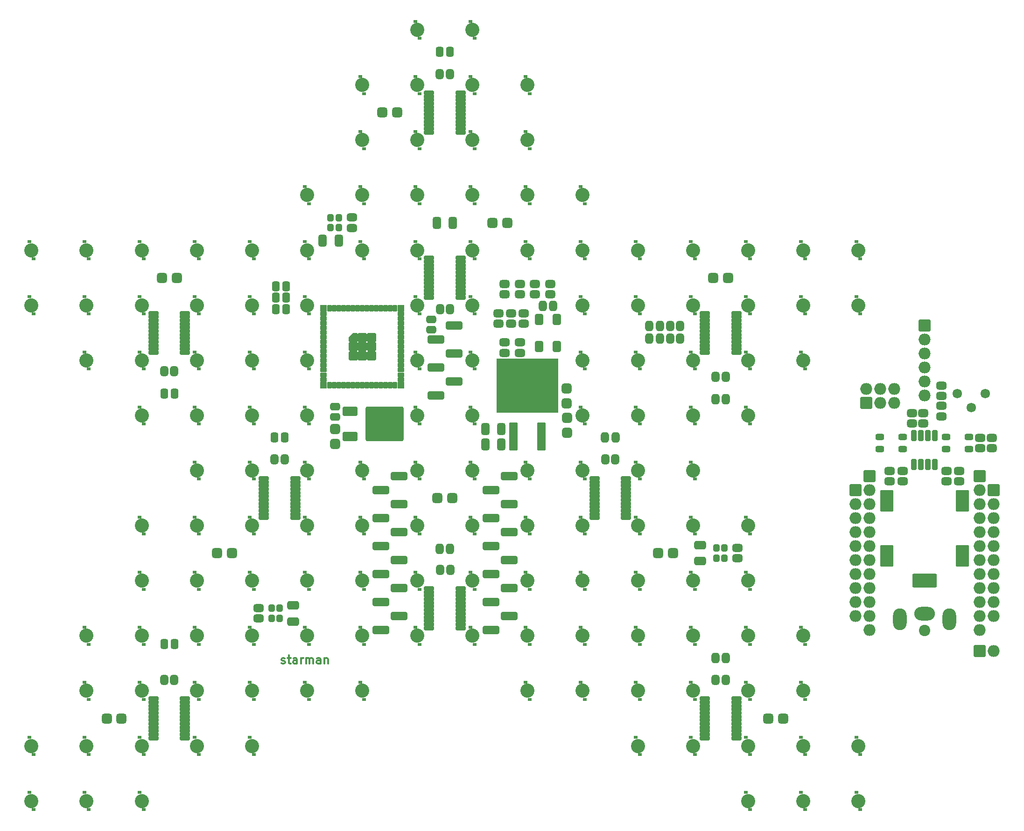
<source format=gbr>
%TF.GenerationSoftware,KiCad,Pcbnew,(6.0.7-1)-1*%
%TF.CreationDate,2022-09-29T17:17:32-06:00*%
%TF.ProjectId,starman,73746172-6d61-46e2-9e6b-696361645f70,rev?*%
%TF.SameCoordinates,Original*%
%TF.FileFunction,Soldermask,Top*%
%TF.FilePolarity,Negative*%
%FSLAX46Y46*%
G04 Gerber Fmt 4.6, Leading zero omitted, Abs format (unit mm)*
G04 Created by KiCad (PCBNEW (6.0.7-1)-1) date 2022-09-29 17:17:32*
%MOMM*%
%LPD*%
G01*
G04 APERTURE LIST*
G04 Aperture macros list*
%AMRoundRect*
0 Rectangle with rounded corners*
0 $1 Rounding radius*
0 $2 $3 $4 $5 $6 $7 $8 $9 X,Y pos of 4 corners*
0 Add a 4 corners polygon primitive as box body*
4,1,4,$2,$3,$4,$5,$6,$7,$8,$9,$2,$3,0*
0 Add four circle primitives for the rounded corners*
1,1,$1+$1,$2,$3*
1,1,$1+$1,$4,$5*
1,1,$1+$1,$6,$7*
1,1,$1+$1,$8,$9*
0 Add four rect primitives between the rounded corners*
20,1,$1+$1,$2,$3,$4,$5,0*
20,1,$1+$1,$4,$5,$6,$7,0*
20,1,$1+$1,$6,$7,$8,$9,0*
20,1,$1+$1,$8,$9,$2,$3,0*%
%AMFreePoly0*
4,1,22,0.693549,0.810115,0.770923,0.753900,0.818743,0.671074,0.830000,0.600000,0.830000,-0.600000,0.810115,-0.693549,0.753900,-0.770923,0.671074,-0.818743,0.600000,-0.830000,-0.600000,-0.830000,-0.693549,-0.810115,-0.770923,-0.753900,-0.818743,-0.671074,-0.830000,-0.600000,-0.830000,0.000000,-0.810115,0.093549,-0.762635,0.162635,-0.162635,0.762635,-0.082425,0.814723,0.000000,0.830000,
0.600000,0.830000,0.693549,0.810115,0.693549,0.810115,$1*%
G04 Aperture macros list end*
%ADD10C,0.300000*%
%ADD11RoundRect,0.473750X-0.243750X-0.456250X0.243750X-0.456250X0.243750X0.456250X-0.243750X0.456250X0*%
%ADD12RoundRect,0.473750X0.456250X-0.243750X0.456250X0.243750X-0.456250X0.243750X-0.456250X-0.243750X0*%
%ADD13RoundRect,0.480000X0.425000X-0.450000X0.425000X0.450000X-0.425000X0.450000X-0.425000X-0.450000X0*%
%ADD14RoundRect,0.480000X-0.425000X0.450000X-0.425000X-0.450000X0.425000X-0.450000X0.425000X0.450000X0*%
%ADD15R,0.800000X0.600000*%
%ADD16C,2.560000*%
%ADD17RoundRect,0.330000X-0.637500X-0.100000X0.637500X-0.100000X0.637500X0.100000X-0.637500X0.100000X0*%
%ADD18RoundRect,0.330000X0.637500X0.100000X-0.637500X0.100000X-0.637500X-0.100000X0.637500X-0.100000X0*%
%ADD19RoundRect,0.473750X0.243750X0.456250X-0.243750X0.456250X-0.243750X-0.456250X0.243750X-0.456250X0*%
%ADD20RoundRect,0.480000X0.250000X0.475000X-0.250000X0.475000X-0.250000X-0.475000X0.250000X-0.475000X0*%
%ADD21RoundRect,0.230000X0.400000X-0.200000X0.400000X0.200000X-0.400000X0.200000X-0.400000X-0.200000X0*%
%ADD22RoundRect,0.230000X-0.200000X-0.400000X0.200000X-0.400000X0.200000X0.400000X-0.200000X0.400000X0*%
%ADD23RoundRect,0.230000X-0.600000X-0.600000X0.600000X-0.600000X0.600000X0.600000X-0.600000X0.600000X0*%
%ADD24RoundRect,0.230000X0.400000X0.400000X-0.400000X0.400000X-0.400000X-0.400000X0.400000X-0.400000X0*%
%ADD25FreePoly0,0.000000*%
%ADD26RoundRect,0.230000X-1.255000X-0.500000X1.255000X-0.500000X1.255000X0.500000X-1.255000X0.500000X0*%
%ADD27RoundRect,0.473750X-0.456250X0.243750X-0.456250X-0.243750X0.456250X-0.243750X0.456250X0.243750X0*%
%ADD28RoundRect,0.480000X0.450000X0.425000X-0.450000X0.425000X-0.450000X-0.425000X0.450000X-0.425000X0*%
%ADD29RoundRect,0.430000X0.200000X0.250000X-0.200000X0.250000X-0.200000X-0.250000X0.200000X-0.250000X0*%
%ADD30RoundRect,0.480000X-0.450000X-0.425000X0.450000X-0.425000X0.450000X0.425000X-0.450000X0.425000X0*%
%ADD31C,1.720000*%
%ADD32RoundRect,0.480000X0.450000X-0.262500X0.450000X0.262500X-0.450000X0.262500X-0.450000X-0.262500X0*%
%ADD33RoundRect,0.480000X-0.262500X-0.450000X0.262500X-0.450000X0.262500X0.450000X-0.262500X0.450000X0*%
%ADD34RoundRect,0.480000X0.262500X0.450000X-0.262500X0.450000X-0.262500X-0.450000X0.262500X-0.450000X0*%
%ADD35RoundRect,0.380000X-0.150000X0.675000X-0.150000X-0.675000X0.150000X-0.675000X0.150000X0.675000X0*%
%ADD36RoundRect,0.480000X-0.625000X0.312500X-0.625000X-0.312500X0.625000X-0.312500X0.625000X0.312500X0*%
%ADD37RoundRect,0.480000X0.475000X-0.250000X0.475000X0.250000X-0.475000X0.250000X-0.475000X-0.250000X0*%
%ADD38RoundRect,0.480000X-0.475000X0.250000X-0.475000X-0.250000X0.475000X-0.250000X0.475000X0.250000X0*%
%ADD39RoundRect,0.480000X-0.250000X-0.475000X0.250000X-0.475000X0.250000X0.475000X-0.250000X0.475000X0*%
%ADD40RoundRect,0.230000X0.850000X0.850000X-0.850000X0.850000X-0.850000X-0.850000X0.850000X-0.850000X0*%
%ADD41O,2.160000X2.160000*%
%ADD42RoundRect,0.480000X-0.450000X0.262500X-0.450000X-0.262500X0.450000X-0.262500X0.450000X0.262500X0*%
%ADD43RoundRect,0.430000X-0.200000X-0.250000X0.200000X-0.250000X0.200000X0.250000X-0.200000X0.250000X0*%
%ADD44RoundRect,0.230000X0.525000X0.325000X-0.525000X0.325000X-0.525000X-0.325000X0.525000X-0.325000X0*%
%ADD45RoundRect,0.230000X-1.100000X-0.600000X1.100000X-0.600000X1.100000X0.600000X-1.100000X0.600000X0*%
%ADD46RoundRect,0.230000X-3.200000X-2.900000X3.200000X-2.900000X3.200000X2.900000X-3.200000X2.900000X0*%
%ADD47C,2.060000*%
%ADD48RoundRect,0.230000X-2.000000X-1.000000X2.000000X-1.000000X2.000000X1.000000X-2.000000X1.000000X0*%
%ADD49O,3.760000X2.460000*%
%ADD50O,2.460000X3.960000*%
%ADD51RoundRect,0.230000X-0.850000X-0.850000X0.850000X-0.850000X0.850000X0.850000X-0.850000X0.850000X0*%
%ADD52RoundRect,0.230000X0.950000X1.750000X-0.950000X1.750000X-0.950000X-1.750000X0.950000X-1.750000X0*%
%ADD53RoundRect,0.480000X0.312500X0.625000X-0.312500X0.625000X-0.312500X-0.625000X0.312500X-0.625000X0*%
%ADD54RoundRect,0.230000X0.550000X-2.300000X0.550000X2.300000X-0.550000X2.300000X-0.550000X-2.300000X0*%
%ADD55RoundRect,0.230000X5.400000X-4.700000X5.400000X4.700000X-5.400000X4.700000X-5.400000X-4.700000X0*%
%ADD56RoundRect,0.230000X0.850000X-0.850000X0.850000X0.850000X-0.850000X0.850000X-0.850000X-0.850000X0*%
%ADD57RoundRect,0.480000X0.625000X-0.312500X0.625000X0.312500X-0.625000X0.312500X-0.625000X-0.312500X0*%
%ADD58RoundRect,0.230000X-0.525000X-0.325000X0.525000X-0.325000X0.525000X0.325000X-0.525000X0.325000X0*%
%ADD59RoundRect,0.480000X-0.312500X-0.625000X0.312500X-0.625000X0.312500X0.625000X-0.312500X0.625000X0*%
%ADD60RoundRect,0.230000X-0.500000X0.750000X-0.500000X-0.750000X0.500000X-0.750000X0.500000X0.750000X0*%
G04 APERTURE END LIST*
D10*
X80380714Y-149982142D02*
X80523571Y-150053571D01*
X80809285Y-150053571D01*
X80952142Y-149982142D01*
X81023571Y-149839285D01*
X81023571Y-149767857D01*
X80952142Y-149625000D01*
X80809285Y-149553571D01*
X80595000Y-149553571D01*
X80452142Y-149482142D01*
X80380714Y-149339285D01*
X80380714Y-149267857D01*
X80452142Y-149125000D01*
X80595000Y-149053571D01*
X80809285Y-149053571D01*
X80952142Y-149125000D01*
X81452142Y-149053571D02*
X82023571Y-149053571D01*
X81666428Y-148553571D02*
X81666428Y-149839285D01*
X81737857Y-149982142D01*
X81880714Y-150053571D01*
X82023571Y-150053571D01*
X83166428Y-150053571D02*
X83166428Y-149267857D01*
X83095000Y-149125000D01*
X82952142Y-149053571D01*
X82666428Y-149053571D01*
X82523571Y-149125000D01*
X83166428Y-149982142D02*
X83023571Y-150053571D01*
X82666428Y-150053571D01*
X82523571Y-149982142D01*
X82452142Y-149839285D01*
X82452142Y-149696428D01*
X82523571Y-149553571D01*
X82666428Y-149482142D01*
X83023571Y-149482142D01*
X83166428Y-149410714D01*
X83880714Y-150053571D02*
X83880714Y-149053571D01*
X83880714Y-149339285D02*
X83952142Y-149196428D01*
X84023571Y-149125000D01*
X84166428Y-149053571D01*
X84309285Y-149053571D01*
X84809285Y-150053571D02*
X84809285Y-149053571D01*
X84809285Y-149196428D02*
X84880714Y-149125000D01*
X85023571Y-149053571D01*
X85237857Y-149053571D01*
X85380714Y-149125000D01*
X85452142Y-149267857D01*
X85452142Y-150053571D01*
X85452142Y-149267857D02*
X85523571Y-149125000D01*
X85666428Y-149053571D01*
X85880714Y-149053571D01*
X86023571Y-149125000D01*
X86095000Y-149267857D01*
X86095000Y-150053571D01*
X87452142Y-150053571D02*
X87452142Y-149267857D01*
X87380714Y-149125000D01*
X87237857Y-149053571D01*
X86952142Y-149053571D01*
X86809285Y-149125000D01*
X87452142Y-149982142D02*
X87309285Y-150053571D01*
X86952142Y-150053571D01*
X86809285Y-149982142D01*
X86737857Y-149839285D01*
X86737857Y-149696428D01*
X86809285Y-149553571D01*
X86952142Y-149482142D01*
X87309285Y-149482142D01*
X87452142Y-149410714D01*
X88166428Y-149053571D02*
X88166428Y-150053571D01*
X88166428Y-149196428D02*
X88237857Y-149125000D01*
X88380714Y-149053571D01*
X88595000Y-149053571D01*
X88737857Y-149125000D01*
X88809285Y-149267857D01*
X88809285Y-150053571D01*
D11*
%TO.C,C2*%
X79337500Y-83600000D03*
X81212500Y-83600000D03*
%TD*%
%TO.C,C3*%
X79337500Y-81525000D03*
X81212500Y-81525000D03*
%TD*%
D12*
%TO.C,C4*%
X90100000Y-105275000D03*
X90100000Y-103400000D03*
%TD*%
D13*
%TO.C,C5*%
X90100000Y-110200000D03*
X90100000Y-107500000D03*
%TD*%
%TO.C,C6*%
X132150000Y-108100000D03*
X132150000Y-105400000D03*
%TD*%
D14*
%TO.C,C7*%
X132100000Y-100075000D03*
X132100000Y-102775000D03*
%TD*%
D15*
%TO.C,D1*%
X104625000Y-33450000D03*
X105375000Y-36550000D03*
D16*
X105000000Y-35000000D03*
%TD*%
D15*
%TO.C,D2*%
X114625000Y-33450000D03*
D16*
X115000000Y-35000000D03*
D15*
X115375000Y-36550000D03*
%TD*%
D16*
%TO.C,D3*%
X95000000Y-45000000D03*
D15*
X94625000Y-43450000D03*
X95375000Y-46550000D03*
%TD*%
%TO.C,D4*%
X104625000Y-43450000D03*
D16*
X105000000Y-45000000D03*
D15*
X105375000Y-46550000D03*
%TD*%
%TO.C,D5*%
X114625000Y-43450000D03*
X115375000Y-46550000D03*
D16*
X115000000Y-45000000D03*
%TD*%
D15*
%TO.C,D6*%
X125375000Y-46550000D03*
D16*
X125000000Y-45000000D03*
D15*
X124625000Y-43450000D03*
%TD*%
D16*
%TO.C,D8*%
X105000000Y-55000000D03*
D15*
X104625000Y-53450000D03*
X105375000Y-56550000D03*
%TD*%
%TO.C,D9*%
X114625000Y-53450000D03*
D16*
X115000000Y-55000000D03*
D15*
X115375000Y-56550000D03*
%TD*%
%TO.C,D10*%
X124625000Y-53450000D03*
D16*
X125000000Y-55000000D03*
D15*
X125375000Y-56550000D03*
%TD*%
%TO.C,D11*%
X85375000Y-66550000D03*
X84625000Y-63450000D03*
D16*
X85000000Y-65000000D03*
%TD*%
D15*
%TO.C,D12*%
X94625000Y-63450000D03*
X95375000Y-66550000D03*
D16*
X95000000Y-65000000D03*
%TD*%
D15*
%TO.C,D14*%
X114625000Y-63450000D03*
X115375000Y-66550000D03*
D16*
X115000000Y-65000000D03*
%TD*%
D15*
%TO.C,D15*%
X125375000Y-66550000D03*
D16*
X125000000Y-65000000D03*
D15*
X124625000Y-63450000D03*
%TD*%
D16*
%TO.C,D16*%
X135000000Y-65000000D03*
D15*
X134625000Y-63450000D03*
X135375000Y-66550000D03*
%TD*%
%TO.C,D17*%
X34625000Y-73450000D03*
D16*
X35000000Y-75000000D03*
D15*
X35375000Y-76550000D03*
%TD*%
D16*
%TO.C,D18*%
X45000000Y-75000000D03*
D15*
X45375000Y-76550000D03*
X44625000Y-73450000D03*
%TD*%
D16*
%TO.C,D19*%
X55000000Y-75000000D03*
D15*
X55375000Y-76550000D03*
X54625000Y-73450000D03*
%TD*%
D16*
%TO.C,D20*%
X65000000Y-75000000D03*
D15*
X64625000Y-73450000D03*
X65375000Y-76550000D03*
%TD*%
%TO.C,D21*%
X75375000Y-76550000D03*
D16*
X75000000Y-75000000D03*
D15*
X74625000Y-73450000D03*
%TD*%
%TO.C,D22*%
X84625000Y-73450000D03*
X85375000Y-76550000D03*
D16*
X85000000Y-75000000D03*
%TD*%
D15*
%TO.C,D23*%
X94625000Y-73450000D03*
D16*
X95000000Y-75000000D03*
D15*
X95375000Y-76550000D03*
%TD*%
%TO.C,D25*%
X115375000Y-76550000D03*
D16*
X115000000Y-75000000D03*
D15*
X114625000Y-73450000D03*
%TD*%
%TO.C,D26*%
X124625000Y-73450000D03*
X125375000Y-76550000D03*
D16*
X125000000Y-75000000D03*
%TD*%
D15*
%TO.C,D27*%
X135375000Y-76550000D03*
X134625000Y-73450000D03*
D16*
X135000000Y-75000000D03*
%TD*%
%TO.C,D28*%
X145000000Y-75000000D03*
D15*
X144625000Y-73450000D03*
X145375000Y-76550000D03*
%TD*%
D16*
%TO.C,D29*%
X155000000Y-75000000D03*
D15*
X155375000Y-76550000D03*
X154625000Y-73450000D03*
%TD*%
D16*
%TO.C,D30*%
X165000000Y-75000000D03*
D15*
X164625000Y-73450000D03*
X165375000Y-76550000D03*
%TD*%
%TO.C,D31*%
X175375000Y-76550000D03*
D16*
X175000000Y-75000000D03*
D15*
X174625000Y-73450000D03*
%TD*%
%TO.C,D32*%
X185375000Y-76550000D03*
D16*
X185000000Y-75000000D03*
D15*
X184625000Y-73450000D03*
%TD*%
%TO.C,D33*%
X34625000Y-83450000D03*
D16*
X35000000Y-85000000D03*
D15*
X35375000Y-86550000D03*
%TD*%
D16*
%TO.C,D34*%
X45000000Y-85000000D03*
D15*
X45375000Y-86550000D03*
X44625000Y-83450000D03*
%TD*%
%TO.C,D36*%
X64625000Y-83450000D03*
D16*
X65000000Y-85000000D03*
D15*
X65375000Y-86550000D03*
%TD*%
%TO.C,D37*%
X74625000Y-83450000D03*
D16*
X75000000Y-85000000D03*
D15*
X75375000Y-86550000D03*
%TD*%
%TO.C,D39*%
X105375000Y-86550000D03*
X104625000Y-83450000D03*
D16*
X105000000Y-85000000D03*
%TD*%
D15*
%TO.C,D40*%
X114625000Y-83450000D03*
X115375000Y-86550000D03*
D16*
X115000000Y-85000000D03*
%TD*%
D15*
%TO.C,D41*%
X134625000Y-83450000D03*
X135375000Y-86550000D03*
D16*
X135000000Y-85000000D03*
%TD*%
D15*
%TO.C,D42*%
X144625000Y-83450000D03*
X145375000Y-86550000D03*
D16*
X145000000Y-85000000D03*
%TD*%
%TO.C,D43*%
X155000000Y-85000000D03*
D15*
X154625000Y-83450000D03*
X155375000Y-86550000D03*
%TD*%
D16*
%TO.C,D44*%
X165000000Y-85000000D03*
D15*
X165375000Y-86550000D03*
X164625000Y-83450000D03*
%TD*%
%TO.C,D45*%
X175375000Y-86550000D03*
D16*
X175000000Y-85000000D03*
D15*
X174625000Y-83450000D03*
%TD*%
%TO.C,D46*%
X184625000Y-83450000D03*
D16*
X185000000Y-85000000D03*
D15*
X185375000Y-86550000D03*
%TD*%
%TO.C,D47*%
X44625000Y-93450000D03*
X45375000Y-96550000D03*
D16*
X45000000Y-95000000D03*
%TD*%
D15*
%TO.C,D48*%
X54625000Y-93450000D03*
X55375000Y-96550000D03*
D16*
X55000000Y-95000000D03*
%TD*%
%TO.C,D49*%
X65000000Y-95000000D03*
D15*
X64625000Y-93450000D03*
X65375000Y-96550000D03*
%TD*%
%TO.C,D50*%
X75375000Y-96550000D03*
X74625000Y-93450000D03*
D16*
X75000000Y-95000000D03*
%TD*%
D15*
%TO.C,D51*%
X84625000Y-93450000D03*
D16*
X85000000Y-95000000D03*
D15*
X85375000Y-96550000D03*
%TD*%
D16*
%TO.C,D52*%
X105000000Y-95000000D03*
D15*
X104625000Y-93450000D03*
X105375000Y-96550000D03*
%TD*%
%TO.C,D53*%
X114625000Y-93450000D03*
D16*
X115000000Y-95000000D03*
D15*
X115375000Y-96550000D03*
%TD*%
D16*
%TO.C,D54*%
X135000000Y-95000000D03*
D15*
X135375000Y-96550000D03*
X134625000Y-93450000D03*
%TD*%
D16*
%TO.C,D55*%
X145000000Y-95000000D03*
D15*
X145375000Y-96550000D03*
X144625000Y-93450000D03*
%TD*%
D16*
%TO.C,D56*%
X155000000Y-95000000D03*
D15*
X155375000Y-96550000D03*
X154625000Y-93450000D03*
%TD*%
%TO.C,D57*%
X165375000Y-96550000D03*
D16*
X165000000Y-95000000D03*
D15*
X164625000Y-93450000D03*
%TD*%
%TO.C,D58*%
X174625000Y-93450000D03*
X175375000Y-96550000D03*
D16*
X175000000Y-95000000D03*
%TD*%
%TO.C,D59*%
X55000000Y-105000000D03*
D15*
X54625000Y-103450000D03*
X55375000Y-106550000D03*
%TD*%
D16*
%TO.C,D60*%
X65000000Y-105000000D03*
D15*
X65375000Y-106550000D03*
X64625000Y-103450000D03*
%TD*%
%TO.C,D61*%
X74625000Y-103450000D03*
D16*
X75000000Y-105000000D03*
D15*
X75375000Y-106550000D03*
%TD*%
%TO.C,D62*%
X84625000Y-103450000D03*
D16*
X85000000Y-105000000D03*
D15*
X85375000Y-106550000D03*
%TD*%
%TO.C,D64*%
X114625000Y-103450000D03*
D16*
X115000000Y-105000000D03*
D15*
X115375000Y-106550000D03*
%TD*%
%TO.C,D65*%
X134625000Y-103450000D03*
D16*
X135000000Y-105000000D03*
D15*
X135375000Y-106550000D03*
%TD*%
%TO.C,D69*%
X65375000Y-116550000D03*
X64625000Y-113450000D03*
D16*
X65000000Y-115000000D03*
%TD*%
D15*
%TO.C,D70*%
X74625000Y-113450000D03*
X75375000Y-116550000D03*
D16*
X75000000Y-115000000D03*
%TD*%
D15*
%TO.C,D71*%
X84625000Y-113450000D03*
D16*
X85000000Y-115000000D03*
D15*
X85375000Y-116550000D03*
%TD*%
%TO.C,D72*%
X94625000Y-113450000D03*
X95375000Y-116550000D03*
D16*
X95000000Y-115000000D03*
%TD*%
D15*
%TO.C,D73*%
X105375000Y-116550000D03*
X104625000Y-113450000D03*
D16*
X105000000Y-115000000D03*
%TD*%
D15*
%TO.C,D74*%
X114625000Y-113450000D03*
X115375000Y-116550000D03*
D16*
X115000000Y-115000000D03*
%TD*%
D15*
%TO.C,D75*%
X124625000Y-113450000D03*
D16*
X125000000Y-115000000D03*
D15*
X125375000Y-116550000D03*
%TD*%
D16*
%TO.C,D76*%
X135000000Y-115000000D03*
D15*
X135375000Y-116550000D03*
X134625000Y-113450000D03*
%TD*%
D16*
%TO.C,D77*%
X145000000Y-115000000D03*
D15*
X145375000Y-116550000D03*
X144625000Y-113450000D03*
%TD*%
%TO.C,D78*%
X154625000Y-113450000D03*
X155375000Y-116550000D03*
D16*
X155000000Y-115000000D03*
%TD*%
D15*
%TO.C,D79*%
X55375000Y-126550000D03*
X54625000Y-123450000D03*
D16*
X55000000Y-125000000D03*
%TD*%
D15*
%TO.C,D85*%
X115375000Y-126550000D03*
D16*
X115000000Y-125000000D03*
D15*
X114625000Y-123450000D03*
%TD*%
D16*
%TO.C,D86*%
X125000000Y-125000000D03*
D15*
X125375000Y-126550000D03*
X124625000Y-123450000D03*
%TD*%
%TO.C,D87*%
X134625000Y-123450000D03*
X135375000Y-126550000D03*
D16*
X135000000Y-125000000D03*
%TD*%
%TO.C,D88*%
X145000000Y-125000000D03*
D15*
X144625000Y-123450000D03*
X145375000Y-126550000D03*
%TD*%
%TO.C,D89*%
X155375000Y-126550000D03*
D16*
X155000000Y-125000000D03*
D15*
X154625000Y-123450000D03*
%TD*%
D17*
%TO.C,U8*%
X157137500Y-156425000D03*
X157137500Y-157075000D03*
X157137500Y-157725000D03*
X157137500Y-158375000D03*
X157137500Y-159025000D03*
X157137500Y-159675000D03*
X157137500Y-160325000D03*
X157137500Y-160975000D03*
X157137500Y-161625000D03*
X157137500Y-162275000D03*
X157137500Y-162925000D03*
X157137500Y-163575000D03*
X162862500Y-163575000D03*
X162862500Y-162925000D03*
X162862500Y-162275000D03*
X162862500Y-161625000D03*
X162862500Y-160975000D03*
X162862500Y-160325000D03*
X162862500Y-159675000D03*
X162862500Y-159025000D03*
X162862500Y-158375000D03*
X162862500Y-157725000D03*
X162862500Y-157075000D03*
X162862500Y-156425000D03*
%TD*%
%TO.C,U9*%
X137137500Y-116425000D03*
X137137500Y-117075000D03*
X137137500Y-117725000D03*
X137137500Y-118375000D03*
X137137500Y-119025000D03*
X137137500Y-119675000D03*
X137137500Y-120325000D03*
X137137500Y-120975000D03*
X137137500Y-121625000D03*
X137137500Y-122275000D03*
X137137500Y-122925000D03*
X137137500Y-123575000D03*
X142862500Y-123575000D03*
X142862500Y-122925000D03*
X142862500Y-122275000D03*
X142862500Y-121625000D03*
X142862500Y-120975000D03*
X142862500Y-120325000D03*
X142862500Y-119675000D03*
X142862500Y-119025000D03*
X142862500Y-118375000D03*
X142862500Y-117725000D03*
X142862500Y-117075000D03*
X142862500Y-116425000D03*
%TD*%
D15*
%TO.C,D24*%
X105375000Y-76550000D03*
X104625000Y-73450000D03*
D16*
X105000000Y-75000000D03*
%TD*%
%TO.C,D35*%
X55000000Y-85000000D03*
D15*
X54625000Y-83450000D03*
X55375000Y-86550000D03*
%TD*%
%TO.C,D90*%
X165375000Y-126550000D03*
X164625000Y-123450000D03*
D16*
X165000000Y-125000000D03*
%TD*%
D15*
%TO.C,D91*%
X54625000Y-133450000D03*
X55375000Y-136550000D03*
D16*
X55000000Y-135000000D03*
%TD*%
%TO.C,D92*%
X65000000Y-135000000D03*
D15*
X64625000Y-133450000D03*
X65375000Y-136550000D03*
%TD*%
%TO.C,D93*%
X74625000Y-133450000D03*
D16*
X75000000Y-135000000D03*
D15*
X75375000Y-136550000D03*
%TD*%
D16*
%TO.C,D94*%
X85000000Y-135000000D03*
D15*
X85375000Y-136550000D03*
X84625000Y-133450000D03*
%TD*%
D16*
%TO.C,D95*%
X95000000Y-135000000D03*
D15*
X95375000Y-136550000D03*
X94625000Y-133450000D03*
%TD*%
%TO.C,D96*%
X104625000Y-133450000D03*
D16*
X105000000Y-135000000D03*
D15*
X105375000Y-136550000D03*
%TD*%
%TO.C,D97*%
X114625000Y-133450000D03*
D16*
X115000000Y-135000000D03*
D15*
X115375000Y-136550000D03*
%TD*%
D16*
%TO.C,D98*%
X125000000Y-135000000D03*
D15*
X124625000Y-133450000D03*
X125375000Y-136550000D03*
%TD*%
%TO.C,D99*%
X134625000Y-133450000D03*
D16*
X135000000Y-135000000D03*
D15*
X135375000Y-136550000D03*
%TD*%
%TO.C,D100*%
X145375000Y-136550000D03*
D16*
X145000000Y-135000000D03*
D15*
X144625000Y-133450000D03*
%TD*%
%TO.C,D101*%
X155375000Y-136550000D03*
X154625000Y-133450000D03*
D16*
X155000000Y-135000000D03*
%TD*%
D15*
%TO.C,D102*%
X164625000Y-133450000D03*
X165375000Y-136550000D03*
D16*
X165000000Y-135000000D03*
%TD*%
D15*
%TO.C,D103*%
X45375000Y-146550000D03*
X44625000Y-143450000D03*
D16*
X45000000Y-145000000D03*
%TD*%
D15*
%TO.C,D104*%
X55375000Y-146550000D03*
X54625000Y-143450000D03*
D16*
X55000000Y-145000000D03*
%TD*%
%TO.C,D106*%
X75000000Y-145000000D03*
D15*
X74625000Y-143450000D03*
X75375000Y-146550000D03*
%TD*%
%TO.C,D107*%
X85375000Y-146550000D03*
X84625000Y-143450000D03*
D16*
X85000000Y-145000000D03*
%TD*%
D15*
%TO.C,D108*%
X95375000Y-146550000D03*
D16*
X95000000Y-145000000D03*
D15*
X94625000Y-143450000D03*
%TD*%
%TO.C,D109*%
X104625000Y-143450000D03*
D16*
X105000000Y-145000000D03*
D15*
X105375000Y-146550000D03*
%TD*%
%TO.C,D110*%
X115375000Y-146550000D03*
D16*
X115000000Y-145000000D03*
D15*
X114625000Y-143450000D03*
%TD*%
%TO.C,D111*%
X125375000Y-146550000D03*
X124625000Y-143450000D03*
D16*
X125000000Y-145000000D03*
%TD*%
D15*
%TO.C,D112*%
X135375000Y-146550000D03*
D16*
X135000000Y-145000000D03*
D15*
X134625000Y-143450000D03*
%TD*%
D16*
%TO.C,D113*%
X145000000Y-145000000D03*
D15*
X145375000Y-146550000D03*
X144625000Y-143450000D03*
%TD*%
%TO.C,D114*%
X154625000Y-143450000D03*
X155375000Y-146550000D03*
D16*
X155000000Y-145000000D03*
%TD*%
D15*
%TO.C,D115*%
X164625000Y-143450000D03*
D16*
X165000000Y-145000000D03*
D15*
X165375000Y-146550000D03*
%TD*%
%TO.C,D116*%
X174625000Y-143450000D03*
X175375000Y-146550000D03*
D16*
X175000000Y-145000000D03*
%TD*%
D15*
%TO.C,D117*%
X45375000Y-156550000D03*
D16*
X45000000Y-155000000D03*
D15*
X44625000Y-153450000D03*
%TD*%
D16*
%TO.C,D118*%
X55000000Y-155000000D03*
D15*
X55375000Y-156550000D03*
X54625000Y-153450000D03*
%TD*%
D16*
%TO.C,D119*%
X65000000Y-155000000D03*
D15*
X64625000Y-153450000D03*
X65375000Y-156550000D03*
%TD*%
%TO.C,D120*%
X75375000Y-156550000D03*
D16*
X75000000Y-155000000D03*
D15*
X74625000Y-153450000D03*
%TD*%
%TO.C,D121*%
X85375000Y-156550000D03*
D16*
X85000000Y-155000000D03*
D15*
X84625000Y-153450000D03*
%TD*%
%TO.C,D122*%
X95375000Y-156550000D03*
X94625000Y-153450000D03*
D16*
X95000000Y-155000000D03*
%TD*%
%TO.C,D123*%
X125000000Y-155000000D03*
D15*
X125375000Y-156550000D03*
X124625000Y-153450000D03*
%TD*%
D16*
%TO.C,D124*%
X135000000Y-155000000D03*
D15*
X135375000Y-156550000D03*
X134625000Y-153450000D03*
%TD*%
D16*
%TO.C,D125*%
X145000000Y-155000000D03*
D15*
X144625000Y-153450000D03*
X145375000Y-156550000D03*
%TD*%
%TO.C,D127*%
X164625000Y-153450000D03*
X165375000Y-156550000D03*
D16*
X165000000Y-155000000D03*
%TD*%
D15*
%TO.C,D128*%
X175375000Y-156550000D03*
D16*
X175000000Y-155000000D03*
D15*
X174625000Y-153450000D03*
%TD*%
D16*
%TO.C,D129*%
X35000000Y-165000000D03*
D15*
X34625000Y-163450000D03*
X35375000Y-166550000D03*
%TD*%
%TO.C,D130*%
X45375000Y-166550000D03*
X44625000Y-163450000D03*
D16*
X45000000Y-165000000D03*
%TD*%
%TO.C,D131*%
X55000000Y-165000000D03*
D15*
X54625000Y-163450000D03*
X55375000Y-166550000D03*
%TD*%
%TO.C,D132*%
X65375000Y-166550000D03*
X64625000Y-163450000D03*
D16*
X65000000Y-165000000D03*
%TD*%
D15*
%TO.C,D133*%
X74625000Y-163450000D03*
X75375000Y-166550000D03*
D16*
X75000000Y-165000000D03*
%TD*%
D15*
%TO.C,D134*%
X145375000Y-166550000D03*
D16*
X145000000Y-165000000D03*
D15*
X144625000Y-163450000D03*
%TD*%
D16*
%TO.C,D135*%
X155000000Y-165000000D03*
D15*
X155375000Y-166550000D03*
X154625000Y-163450000D03*
%TD*%
%TO.C,D136*%
X165375000Y-166550000D03*
X164625000Y-163450000D03*
D16*
X165000000Y-165000000D03*
%TD*%
D15*
%TO.C,D137*%
X175375000Y-166550000D03*
X174625000Y-163450000D03*
D16*
X175000000Y-165000000D03*
%TD*%
D15*
%TO.C,D138*%
X185375000Y-166550000D03*
X184625000Y-163450000D03*
D16*
X185000000Y-165000000D03*
%TD*%
D17*
%TO.C,U5*%
X77137500Y-116425000D03*
X77137500Y-117075000D03*
X77137500Y-117725000D03*
X77137500Y-118375000D03*
X77137500Y-119025000D03*
X77137500Y-119675000D03*
X77137500Y-120325000D03*
X77137500Y-120975000D03*
X77137500Y-121625000D03*
X77137500Y-122275000D03*
X77137500Y-122925000D03*
X77137500Y-123575000D03*
X82862500Y-123575000D03*
X82862500Y-122925000D03*
X82862500Y-122275000D03*
X82862500Y-121625000D03*
X82862500Y-120975000D03*
X82862500Y-120325000D03*
X82862500Y-119675000D03*
X82862500Y-119025000D03*
X82862500Y-118375000D03*
X82862500Y-117725000D03*
X82862500Y-117075000D03*
X82862500Y-116425000D03*
%TD*%
%TO.C,U3*%
X107137500Y-46425000D03*
X107137500Y-47075000D03*
X107137500Y-47725000D03*
X107137500Y-48375000D03*
X107137500Y-49025000D03*
X107137500Y-49675000D03*
X107137500Y-50325000D03*
X107137500Y-50975000D03*
X107137500Y-51625000D03*
X107137500Y-52275000D03*
X107137500Y-52925000D03*
X107137500Y-53575000D03*
X112862500Y-53575000D03*
X112862500Y-52925000D03*
X112862500Y-52275000D03*
X112862500Y-51625000D03*
X112862500Y-50975000D03*
X112862500Y-50325000D03*
X112862500Y-49675000D03*
X112862500Y-49025000D03*
X112862500Y-48375000D03*
X112862500Y-47725000D03*
X112862500Y-47075000D03*
X112862500Y-46425000D03*
%TD*%
D18*
%TO.C,U2*%
X112862500Y-83575000D03*
X112862500Y-82925000D03*
X112862500Y-82275000D03*
X112862500Y-81625000D03*
X112862500Y-80975000D03*
X112862500Y-80325000D03*
X112862500Y-79675000D03*
X112862500Y-79025000D03*
X112862500Y-78375000D03*
X112862500Y-77725000D03*
X112862500Y-77075000D03*
X112862500Y-76425000D03*
X107137500Y-76425000D03*
X107137500Y-77075000D03*
X107137500Y-77725000D03*
X107137500Y-78375000D03*
X107137500Y-79025000D03*
X107137500Y-79675000D03*
X107137500Y-80325000D03*
X107137500Y-80975000D03*
X107137500Y-81625000D03*
X107137500Y-82275000D03*
X107137500Y-82925000D03*
X107137500Y-83575000D03*
%TD*%
%TO.C,U4*%
X62862500Y-93575000D03*
X62862500Y-92925000D03*
X62862500Y-92275000D03*
X62862500Y-91625000D03*
X62862500Y-90975000D03*
X62862500Y-90325000D03*
X62862500Y-89675000D03*
X62862500Y-89025000D03*
X62862500Y-88375000D03*
X62862500Y-87725000D03*
X62862500Y-87075000D03*
X62862500Y-86425000D03*
X57137500Y-86425000D03*
X57137500Y-87075000D03*
X57137500Y-87725000D03*
X57137500Y-88375000D03*
X57137500Y-89025000D03*
X57137500Y-89675000D03*
X57137500Y-90325000D03*
X57137500Y-90975000D03*
X57137500Y-91625000D03*
X57137500Y-92275000D03*
X57137500Y-92925000D03*
X57137500Y-93575000D03*
%TD*%
D15*
%TO.C,D63*%
X104625000Y-103450000D03*
X105375000Y-106550000D03*
D16*
X105000000Y-105000000D03*
%TD*%
%TO.C,D80*%
X65000000Y-125000000D03*
D15*
X65375000Y-126550000D03*
X64625000Y-123450000D03*
%TD*%
%TO.C,D81*%
X75375000Y-126550000D03*
X74625000Y-123450000D03*
D16*
X75000000Y-125000000D03*
%TD*%
D15*
%TO.C,D82*%
X84625000Y-123450000D03*
D16*
X85000000Y-125000000D03*
D15*
X85375000Y-126550000D03*
%TD*%
%TO.C,D83*%
X94625000Y-123450000D03*
D16*
X95000000Y-125000000D03*
D15*
X95375000Y-126550000D03*
%TD*%
%TO.C,D84*%
X105375000Y-126550000D03*
X104625000Y-123450000D03*
D16*
X105000000Y-125000000D03*
%TD*%
D15*
%TO.C,D66*%
X144625000Y-103450000D03*
X145375000Y-106550000D03*
D16*
X145000000Y-105000000D03*
%TD*%
D15*
%TO.C,D67*%
X155375000Y-106550000D03*
X154625000Y-103450000D03*
D16*
X155000000Y-105000000D03*
%TD*%
D15*
%TO.C,D68*%
X164625000Y-103450000D03*
D16*
X165000000Y-105000000D03*
D15*
X165375000Y-106550000D03*
%TD*%
%TO.C,D139*%
X34625000Y-173450000D03*
X35375000Y-176550000D03*
D16*
X35000000Y-175000000D03*
%TD*%
%TO.C,D140*%
X45000000Y-175000000D03*
D15*
X44625000Y-173450000D03*
X45375000Y-176550000D03*
%TD*%
%TO.C,D141*%
X54625000Y-173450000D03*
D16*
X55000000Y-175000000D03*
D15*
X55375000Y-176550000D03*
%TD*%
%TO.C,D142*%
X165375000Y-176550000D03*
X164625000Y-173450000D03*
D16*
X165000000Y-175000000D03*
%TD*%
D15*
%TO.C,D143*%
X175375000Y-176550000D03*
X174625000Y-173450000D03*
D16*
X175000000Y-175000000D03*
%TD*%
D15*
%TO.C,D144*%
X185375000Y-176550000D03*
X184625000Y-173450000D03*
D16*
X185000000Y-175000000D03*
%TD*%
D15*
%TO.C,D38*%
X85375000Y-86550000D03*
X84625000Y-83450000D03*
D16*
X85000000Y-85000000D03*
%TD*%
%TO.C,D7*%
X95000000Y-55000000D03*
D15*
X95375000Y-56550000D03*
X94625000Y-53450000D03*
%TD*%
D16*
%TO.C,D13*%
X105000000Y-65000000D03*
D15*
X105375000Y-66550000D03*
X104625000Y-63450000D03*
%TD*%
D17*
%TO.C,U7*%
X107137500Y-136425000D03*
X107137500Y-137075000D03*
X107137500Y-137725000D03*
X107137500Y-138375000D03*
X107137500Y-139025000D03*
X107137500Y-139675000D03*
X107137500Y-140325000D03*
X107137500Y-140975000D03*
X107137500Y-141625000D03*
X107137500Y-142275000D03*
X107137500Y-142925000D03*
X107137500Y-143575000D03*
X112862500Y-143575000D03*
X112862500Y-142925000D03*
X112862500Y-142275000D03*
X112862500Y-141625000D03*
X112862500Y-140975000D03*
X112862500Y-140325000D03*
X112862500Y-139675000D03*
X112862500Y-139025000D03*
X112862500Y-138375000D03*
X112862500Y-137725000D03*
X112862500Y-137075000D03*
X112862500Y-136425000D03*
%TD*%
D15*
%TO.C,D126*%
X155375000Y-156550000D03*
X154625000Y-153450000D03*
D16*
X155000000Y-155000000D03*
%TD*%
D19*
%TO.C,C11*%
X80925000Y-109000000D03*
X79050000Y-109000000D03*
%TD*%
%TO.C,C9*%
X110937500Y-39000000D03*
X109062500Y-39000000D03*
%TD*%
D20*
%TO.C,C13*%
X110950000Y-129250000D03*
X109050000Y-129250000D03*
%TD*%
D21*
%TO.C,U1*%
X88000000Y-86550000D03*
X88000000Y-87400000D03*
X88000000Y-88250000D03*
X88000000Y-89100000D03*
X88000000Y-89950000D03*
X88000000Y-90800000D03*
X88000000Y-91650000D03*
X88000000Y-92500000D03*
X88000000Y-93350000D03*
X88000000Y-94200000D03*
X88000000Y-95050000D03*
X88000000Y-95900000D03*
X88000000Y-96750000D03*
X88000000Y-97600000D03*
X88000000Y-98450000D03*
D22*
X89050000Y-99500000D03*
X89900000Y-99500000D03*
X90750000Y-99500000D03*
X91600000Y-99500000D03*
X92450000Y-99500000D03*
X93300000Y-99500000D03*
X94150000Y-99500000D03*
X95000000Y-99500000D03*
X95850000Y-99500000D03*
X96700000Y-99500000D03*
X97550000Y-99500000D03*
X98400000Y-99500000D03*
X99250000Y-99500000D03*
X100100000Y-99500000D03*
X100950000Y-99500000D03*
D21*
X102000000Y-98450000D03*
X102000000Y-97600000D03*
X102000000Y-96750000D03*
X102000000Y-95900000D03*
X102000000Y-95050000D03*
X102000000Y-94200000D03*
X102000000Y-93350000D03*
X102000000Y-92500000D03*
X102000000Y-91650000D03*
X102000000Y-90800000D03*
X102000000Y-89950000D03*
X102000000Y-89100000D03*
X102000000Y-88250000D03*
X102000000Y-87400000D03*
X102000000Y-86550000D03*
D22*
X97550000Y-85500000D03*
D23*
X96650000Y-92500000D03*
D22*
X94150000Y-85500000D03*
X98400000Y-85500000D03*
D24*
X102000000Y-99500000D03*
D22*
X96700000Y-85500000D03*
X89900000Y-85500000D03*
D24*
X88000000Y-85500000D03*
D22*
X92450000Y-85500000D03*
D23*
X95000000Y-90850000D03*
X93350000Y-92500000D03*
X96650000Y-94150000D03*
D25*
X93350000Y-90850000D03*
D22*
X95850000Y-85500000D03*
X91600000Y-85500000D03*
D24*
X102000000Y-85500000D03*
D22*
X89050000Y-85500000D03*
D24*
X88000000Y-99500000D03*
D23*
X95000000Y-94150000D03*
D22*
X93300000Y-85500000D03*
D23*
X93350000Y-94150000D03*
X96650000Y-90850000D03*
D22*
X99250000Y-85500000D03*
X100100000Y-85500000D03*
X100950000Y-85500000D03*
X90750000Y-85500000D03*
X95000000Y-85500000D03*
D23*
X95000000Y-92500000D03*
%TD*%
D17*
%TO.C,U6*%
X57137500Y-156425000D03*
X57137500Y-157075000D03*
X57137500Y-157725000D03*
X57137500Y-158375000D03*
X57137500Y-159025000D03*
X57137500Y-159675000D03*
X57137500Y-160325000D03*
X57137500Y-160975000D03*
X57137500Y-161625000D03*
X57137500Y-162275000D03*
X57137500Y-162925000D03*
X57137500Y-163575000D03*
X62862500Y-163575000D03*
X62862500Y-162925000D03*
X62862500Y-162275000D03*
X62862500Y-161625000D03*
X62862500Y-160975000D03*
X62862500Y-160325000D03*
X62862500Y-159675000D03*
X62862500Y-159025000D03*
X62862500Y-158375000D03*
X62862500Y-157725000D03*
X62862500Y-157075000D03*
X62862500Y-156425000D03*
%TD*%
D16*
%TO.C,D105*%
X65000000Y-145000000D03*
D15*
X64625000Y-143450000D03*
X65375000Y-146550000D03*
%TD*%
D11*
%TO.C,C1*%
X79337500Y-85700000D03*
X81212500Y-85700000D03*
%TD*%
D26*
%TO.C,J1*%
X121655000Y-116030000D03*
X118345000Y-118570000D03*
X121655000Y-121110000D03*
X118345000Y-123650000D03*
X121655000Y-126190000D03*
X118345000Y-128730000D03*
X121655000Y-131270000D03*
X118345000Y-133810000D03*
X121655000Y-136350000D03*
X118345000Y-138890000D03*
X121655000Y-141430000D03*
X118345000Y-143970000D03*
%TD*%
%TO.C,J2*%
X111655000Y-88650000D03*
X108345000Y-91190000D03*
X111655000Y-93730000D03*
X108345000Y-96270000D03*
X111655000Y-98810000D03*
X108345000Y-101350000D03*
%TD*%
D27*
%TO.C,C8*%
X107525000Y-87587500D03*
X107525000Y-89462500D03*
%TD*%
D11*
%TO.C,C10*%
X59062500Y-101000000D03*
X60937500Y-101000000D03*
%TD*%
D19*
%TO.C,C12*%
X60937500Y-146500000D03*
X59062500Y-146500000D03*
%TD*%
D28*
%TO.C,C22*%
X121350000Y-70000000D03*
X118650000Y-70000000D03*
%TD*%
D29*
%TO.C,X1*%
X90725000Y-70925000D03*
X90725000Y-69075000D03*
X89275000Y-69075000D03*
X89275000Y-70925000D03*
%TD*%
D30*
%TO.C,C25*%
X48650000Y-160000000D03*
X51350000Y-160000000D03*
%TD*%
D31*
%TO.C,RV1*%
X208025000Y-101000000D03*
X205485000Y-103540000D03*
X202945000Y-101000000D03*
%TD*%
D32*
%TO.C,R6*%
X126350000Y-82962500D03*
X126350000Y-81137500D03*
%TD*%
D28*
%TO.C,C23*%
X161400000Y-80000000D03*
X158700000Y-80000000D03*
%TD*%
D33*
%TO.C,R22*%
X150837500Y-88750000D03*
X152662500Y-88750000D03*
%TD*%
D34*
%TO.C,R10*%
X60912500Y-97000000D03*
X59087500Y-97000000D03*
%TD*%
D35*
%TO.C,U13*%
X198905000Y-108625000D03*
X197635000Y-108625000D03*
X196365000Y-108625000D03*
X195095000Y-108625000D03*
X195095000Y-113875000D03*
X196365000Y-113875000D03*
X197635000Y-113875000D03*
X198905000Y-113875000D03*
%TD*%
D36*
%TO.C,R18*%
X82450000Y-139462500D03*
X82450000Y-142387500D03*
%TD*%
D37*
%TO.C,C38*%
X190700000Y-116950000D03*
X190700000Y-115050000D03*
%TD*%
%TO.C,C30*%
X123600000Y-93650000D03*
X123600000Y-91750000D03*
%TD*%
D38*
%TO.C,C19*%
X163100000Y-129050000D03*
X163100000Y-130950000D03*
%TD*%
D39*
%TO.C,C32*%
X147080000Y-91000000D03*
X148980000Y-91000000D03*
%TD*%
D40*
%TO.C,J6*%
X207000000Y-116025000D03*
D41*
X207000000Y-118565000D03*
X207000000Y-121105000D03*
X207000000Y-123645000D03*
X207000000Y-126185000D03*
X207000000Y-128725000D03*
X207000000Y-131265000D03*
X207000000Y-133805000D03*
X207000000Y-136345000D03*
X207000000Y-138885000D03*
X207000000Y-141425000D03*
X207000000Y-143965000D03*
%TD*%
D29*
%TO.C,X3*%
X160725000Y-130925000D03*
X160725000Y-129075000D03*
X159275000Y-129075000D03*
X159275000Y-130925000D03*
%TD*%
D20*
%TO.C,C33*%
X129650000Y-85150000D03*
X127750000Y-85150000D03*
%TD*%
%TO.C,C14*%
X160950000Y-149000000D03*
X159050000Y-149000000D03*
%TD*%
D33*
%TO.C,R13*%
X109175000Y-133000000D03*
X111000000Y-133000000D03*
%TD*%
D26*
%TO.C,J3*%
X101655000Y-116030000D03*
X98345000Y-118570000D03*
X101655000Y-121110000D03*
X98345000Y-123650000D03*
X101655000Y-126190000D03*
X98345000Y-128730000D03*
X101655000Y-131270000D03*
X98345000Y-133810000D03*
X101655000Y-136350000D03*
X98345000Y-138890000D03*
X101655000Y-141430000D03*
X98345000Y-143970000D03*
%TD*%
D42*
%TO.C,R1*%
X119700000Y-86487500D03*
X119700000Y-88312500D03*
%TD*%
D34*
%TO.C,R8*%
X110922500Y-85690000D03*
X109097500Y-85690000D03*
%TD*%
D43*
%TO.C,X2*%
X78550000Y-140000000D03*
X78550000Y-141850000D03*
X80000000Y-141850000D03*
X80000000Y-140000000D03*
%TD*%
D37*
%TO.C,C36*%
X200100000Y-101450000D03*
X200100000Y-99550000D03*
%TD*%
D44*
%TO.C,SW2*%
X205075000Y-111075000D03*
X200925000Y-111075000D03*
X200925000Y-108925000D03*
X205075000Y-108925000D03*
%TD*%
D30*
%TO.C,C21*%
X58650000Y-80000000D03*
X61350000Y-80000000D03*
%TD*%
D45*
%TO.C,U12*%
X92800000Y-104220000D03*
D46*
X99100000Y-106500000D03*
D45*
X92800000Y-108780000D03*
%TD*%
D47*
%TO.C,J10*%
X197000000Y-144000000D03*
D48*
X197000000Y-135000000D03*
D49*
X197000000Y-141000000D03*
D50*
X192500000Y-142000000D03*
X201500000Y-142000000D03*
%TD*%
D38*
%TO.C,FB1*%
X193000000Y-115050000D03*
X193000000Y-116950000D03*
%TD*%
D32*
%TO.C,R7*%
X129100000Y-82962500D03*
X129100000Y-81137500D03*
%TD*%
D30*
%TO.C,C26*%
X108650000Y-120000000D03*
X111350000Y-120000000D03*
%TD*%
D28*
%TO.C,C28*%
X171350000Y-160000000D03*
X168650000Y-160000000D03*
%TD*%
D51*
%TO.C,J9*%
X184500000Y-118575000D03*
D41*
X184500000Y-121115000D03*
X184500000Y-123655000D03*
X184500000Y-126195000D03*
X184500000Y-128735000D03*
X184500000Y-131275000D03*
X184500000Y-133815000D03*
X184500000Y-136355000D03*
X184500000Y-138895000D03*
X184500000Y-141435000D03*
%TD*%
D37*
%TO.C,C18*%
X76200000Y-141875000D03*
X76200000Y-139975000D03*
%TD*%
D38*
%TO.C,C34*%
X124300000Y-86450000D03*
X124300000Y-88350000D03*
%TD*%
D30*
%TO.C,C27*%
X148650000Y-130000000D03*
X151350000Y-130000000D03*
%TD*%
D52*
%TO.C,LS1*%
X203850000Y-120500000D03*
X190150000Y-120500000D03*
X190150000Y-130500000D03*
X203850000Y-130500000D03*
%TD*%
D37*
%TO.C,C37*%
X203250000Y-116950000D03*
X203250000Y-115050000D03*
%TD*%
D53*
%TO.C,R20*%
X120237500Y-107475000D03*
X117312500Y-107475000D03*
%TD*%
D33*
%TO.C,R11*%
X79087500Y-113000000D03*
X80912500Y-113000000D03*
%TD*%
D32*
%TO.C,R25*%
X194750000Y-106412500D03*
X194750000Y-104587500D03*
%TD*%
D30*
%TO.C,C20*%
X98650000Y-50000000D03*
X101350000Y-50000000D03*
%TD*%
D42*
%TO.C,R4*%
X120850000Y-81137500D03*
X120850000Y-82962500D03*
%TD*%
D39*
%TO.C,C16*%
X159050000Y-102000000D03*
X160950000Y-102000000D03*
%TD*%
D40*
%TO.C,J8*%
X187040000Y-116035000D03*
D41*
X187040000Y-118575000D03*
X187040000Y-121115000D03*
X187040000Y-123655000D03*
X187040000Y-126195000D03*
X187040000Y-128735000D03*
X187040000Y-131275000D03*
X187040000Y-133815000D03*
X187040000Y-136355000D03*
X187040000Y-138895000D03*
X187040000Y-141435000D03*
X187040000Y-143975000D03*
%TD*%
D33*
%TO.C,R15*%
X139087500Y-113000000D03*
X140912500Y-113000000D03*
%TD*%
D51*
%TO.C,J7*%
X209540000Y-118565000D03*
D41*
X209540000Y-121105000D03*
X209540000Y-123645000D03*
X209540000Y-126185000D03*
X209540000Y-128725000D03*
X209540000Y-131265000D03*
X209540000Y-133805000D03*
X209540000Y-136345000D03*
X209540000Y-138885000D03*
X209540000Y-141425000D03*
%TD*%
D18*
%TO.C,U10*%
X162862500Y-93575000D03*
X162862500Y-92925000D03*
X162862500Y-92275000D03*
X162862500Y-91625000D03*
X162862500Y-90975000D03*
X162862500Y-90325000D03*
X162862500Y-89675000D03*
X162862500Y-89025000D03*
X162862500Y-88375000D03*
X162862500Y-87725000D03*
X162862500Y-87075000D03*
X162862500Y-86425000D03*
X157137500Y-86425000D03*
X157137500Y-87075000D03*
X157137500Y-87725000D03*
X157137500Y-88375000D03*
X157137500Y-89025000D03*
X157137500Y-89675000D03*
X157137500Y-90325000D03*
X157137500Y-90975000D03*
X157137500Y-91625000D03*
X157137500Y-92275000D03*
X157137500Y-92925000D03*
X157137500Y-93575000D03*
%TD*%
D38*
%TO.C,C39*%
X207100000Y-109050000D03*
X207100000Y-110950000D03*
%TD*%
D54*
%TO.C,U11*%
X122460000Y-108775000D03*
D55*
X125000000Y-99625000D03*
D54*
X127540000Y-108775000D03*
%TD*%
D42*
%TO.C,R5*%
X123600000Y-81137500D03*
X123600000Y-82962500D03*
%TD*%
D39*
%TO.C,C31*%
X147080000Y-88750000D03*
X148980000Y-88750000D03*
%TD*%
D56*
%TO.C,J5*%
X186475000Y-102700000D03*
D41*
X186475000Y-100160000D03*
X189015000Y-102700000D03*
X189015000Y-100160000D03*
X191555000Y-102700000D03*
X191555000Y-100160000D03*
%TD*%
D40*
%TO.C,J4*%
X197000000Y-88700000D03*
D41*
X197000000Y-91240000D03*
X197000000Y-93780000D03*
X197000000Y-96320000D03*
X197000000Y-98860000D03*
X197000000Y-101400000D03*
%TD*%
D37*
%TO.C,FB2*%
X201000000Y-116950000D03*
X201000000Y-115050000D03*
%TD*%
D20*
%TO.C,C15*%
X140950000Y-109000000D03*
X139050000Y-109000000D03*
%TD*%
D38*
%TO.C,C17*%
X93100000Y-69050000D03*
X93100000Y-70950000D03*
%TD*%
D56*
%TO.C,J11*%
X207010000Y-147775000D03*
D41*
X209550000Y-147775000D03*
%TD*%
D34*
%TO.C,R16*%
X160912500Y-98000000D03*
X159087500Y-98000000D03*
%TD*%
D57*
%TO.C,R19*%
X156275000Y-131462500D03*
X156275000Y-128537500D03*
%TD*%
D37*
%TO.C,C35*%
X200100000Y-105150000D03*
X200100000Y-103250000D03*
%TD*%
D32*
%TO.C,R24*%
X196800000Y-106412500D03*
X196800000Y-104587500D03*
%TD*%
D33*
%TO.C,R12*%
X59087500Y-153000000D03*
X60912500Y-153000000D03*
%TD*%
D58*
%TO.C,SW1*%
X188925000Y-108925000D03*
X193075000Y-108925000D03*
X188925000Y-111075000D03*
X193075000Y-111075000D03*
%TD*%
D53*
%TO.C,R17*%
X90737500Y-73225000D03*
X87812500Y-73225000D03*
%TD*%
D42*
%TO.C,R2*%
X121985000Y-86487500D03*
X121985000Y-88312500D03*
%TD*%
D33*
%TO.C,R9*%
X109087500Y-43000000D03*
X110912500Y-43000000D03*
%TD*%
%TO.C,R23*%
X150837500Y-91000000D03*
X152662500Y-91000000D03*
%TD*%
D59*
%TO.C,R21*%
X120237500Y-110275000D03*
X117312500Y-110275000D03*
%TD*%
D33*
%TO.C,R14*%
X159087500Y-153000000D03*
X160912500Y-153000000D03*
%TD*%
D42*
%TO.C,R26*%
X209250000Y-109087500D03*
X209250000Y-110912500D03*
%TD*%
D37*
%TO.C,C29*%
X120850000Y-93650000D03*
X120850000Y-91750000D03*
%TD*%
D59*
%TO.C,R3*%
X108537500Y-70000000D03*
X111462500Y-70000000D03*
%TD*%
D28*
%TO.C,C24*%
X71350000Y-130000000D03*
X68650000Y-130000000D03*
%TD*%
D60*
%TO.C,D145*%
X130300000Y-87550000D03*
X127100000Y-87550000D03*
X127100000Y-92450000D03*
X130300000Y-92450000D03*
%TD*%
M02*

</source>
